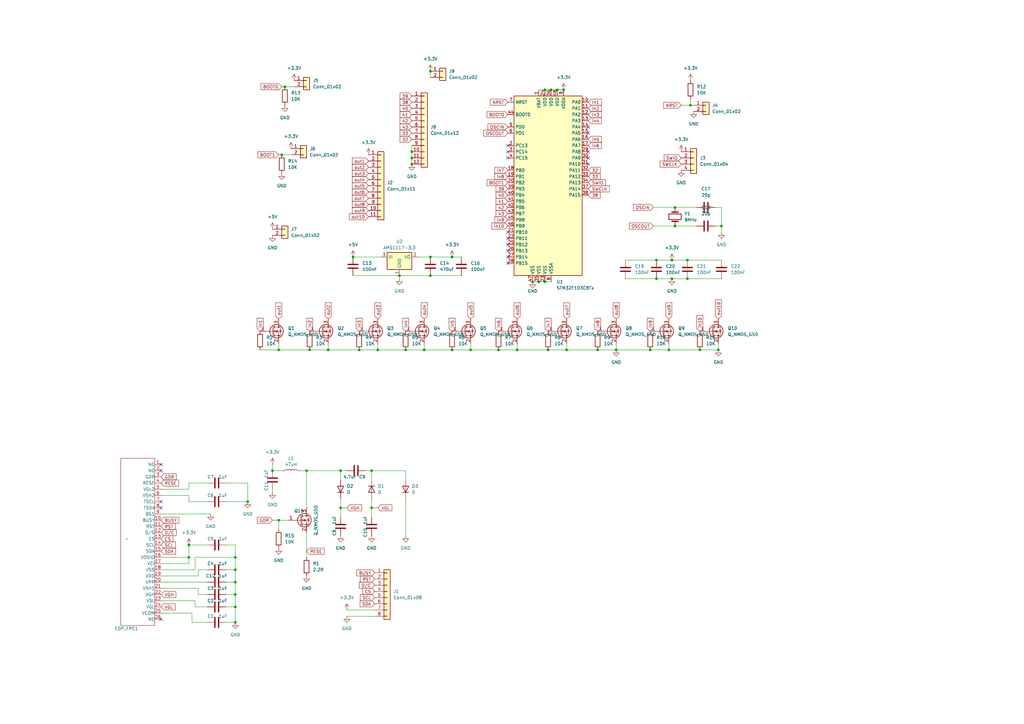
<source format=kicad_sch>
(kicad_sch (version 20230121) (generator eeschema)
  (paper "A3")
  (junction (at 139.7 208.28))
  (junction (at 295.91 92.71))
  (junction (at 96.52 243.84))
  (junction (at 245.11 143.51))
  (junction (at 185.42 105.41))
  (junction (at 163.83 113.03))
  (junction (at 166.37 143.51))
  (junction (at 281.94 106.68))
  (junction (at 115.57 63.5))
  (junction (at 223.52 36.83))
  (junction (at 144.78 105.41))
  (junction (at 252.73 143.51))
  (junction (at 77.47 223.52))
  (junction (at 147.32 143.51))
  (junction (at 96.52 248.92))
  (junction (at 152.4 193.04))
  (junction (at 220.98 115.57))
  (junction (at 294.64 143.51))
  (junction (at 228.6 36.83))
  (junction (at 269.24 106.68))
  (junction (at 176.53 113.03))
  (junction (at 266.7 143.51))
  (junction (at 276.86 85.09))
  (junction (at 96.52 255.27))
  (junction (at 96.52 228.6))
  (junction (at 283.21 43.18))
  (junction (at 114.3 143.51))
  (junction (at 101.6 205.74))
  (junction (at 287.02 143.51))
  (junction (at 269.24 114.3))
  (junction (at 152.4 208.28))
  (junction (at 281.94 114.3))
  (junction (at 176.53 29.21))
  (junction (at 212.09 143.51))
  (junction (at 224.79 143.51))
  (junction (at 276.86 92.71))
  (junction (at 168.91 67.31))
  (junction (at 176.53 105.41))
  (junction (at 114.3 213.36))
  (junction (at 96.52 238.76))
  (junction (at 232.41 143.51))
  (junction (at 154.94 143.51))
  (junction (at 111.76 193.04))
  (junction (at 168.91 64.77))
  (junction (at 173.99 143.51))
  (junction (at 231.14 36.83))
  (junction (at 127 143.51))
  (junction (at 96.52 233.68))
  (junction (at 125.73 193.04))
  (junction (at 223.52 115.57))
  (junction (at 274.32 143.51))
  (junction (at 139.7 193.04))
  (junction (at 77.47 228.6))
  (junction (at 218.44 115.57))
  (junction (at 275.59 114.3))
  (junction (at 193.04 143.51))
  (junction (at 275.59 106.68))
  (junction (at 226.06 36.83))
  (junction (at 134.62 143.51))
  (junction (at 204.47 143.51))
  (junction (at 168.91 62.23))
  (junction (at 116.84 35.56))
  (junction (at 185.42 143.51))
  (no_connect (at 66.04 190.5))
  (no_connect (at 241.3 54.61))
  (no_connect (at 241.3 64.77))
  (no_connect (at 241.3 62.23))
  (no_connect (at 208.28 97.79))
  (no_connect (at 208.28 102.87))
  (no_connect (at 66.04 193.04))
  (no_connect (at 241.3 52.07))
  (no_connect (at 208.28 105.41))
  (no_connect (at 208.28 95.25))
  (no_connect (at 208.28 64.77))
  (no_connect (at 66.04 254))
  (no_connect (at 66.04 208.28))
  (no_connect (at 208.28 100.33))
  (no_connect (at 208.28 62.23))
  (no_connect (at 208.28 107.95))
  (no_connect (at 208.28 59.69))
  (no_connect (at 241.3 67.31))
  (no_connect (at 66.04 205.74))
  (wire (pts (xy 294.64 143.51) (xy 294.64 140.97)))
  (wire (pts (xy 163.83 113.03) (xy 176.53 113.03)))
  (wire (pts (xy 114.3 143.51) (xy 114.3 140.97)))
  (wire (pts (xy 77.47 200.66) (xy 77.47 198.12)))
  (wire (pts (xy 111.76 190.5) (xy 111.76 193.04)))
  (wire (pts (xy 114.3 217.17) (xy 114.3 213.36)))
  (wire (pts (xy 77.47 205.74) (xy 77.47 203.2)))
  (wire (pts (xy 96.52 233.68) (xy 96.52 238.76)))
  (wire (pts (xy 147.32 143.51) (xy 154.94 143.51)))
  (wire (pts (xy 275.59 114.3) (xy 281.94 114.3)))
  (wire (pts (xy 142.24 252.73) (xy 153.67 252.73)))
  (wire (pts (xy 92.71 255.27) (xy 96.52 255.27)))
  (wire (pts (xy 92.71 198.12) (xy 101.6 198.12)))
  (wire (pts (xy 78.74 255.27) (xy 85.09 255.27)))
  (wire (pts (xy 139.7 193.04) (xy 139.7 196.85)))
  (wire (pts (xy 281.94 106.68) (xy 295.91 106.68)))
  (wire (pts (xy 295.91 92.71) (xy 295.91 95.25)))
  (wire (pts (xy 92.71 223.52) (xy 96.52 223.52)))
  (wire (pts (xy 78.74 251.46) (xy 66.04 251.46)))
  (wire (pts (xy 152.4 208.28) (xy 154.94 208.28)))
  (wire (pts (xy 139.7 193.04) (xy 142.24 193.04)))
  (wire (pts (xy 96.52 228.6) (xy 96.52 233.68)))
  (wire (pts (xy 185.42 143.51) (xy 193.04 143.51)))
  (wire (pts (xy 218.44 115.57) (xy 220.98 115.57)))
  (wire (pts (xy 284.48 43.18) (xy 283.21 43.18)))
  (wire (pts (xy 295.91 85.09) (xy 295.91 92.71)))
  (wire (pts (xy 66.04 236.22) (xy 81.28 236.22)))
  (wire (pts (xy 86.36 210.82) (xy 66.04 210.82)))
  (wire (pts (xy 144.78 105.41) (xy 156.21 105.41)))
  (wire (pts (xy 168.91 62.23) (xy 168.91 64.77)))
  (wire (pts (xy 266.7 143.51) (xy 274.32 143.51)))
  (wire (pts (xy 142.24 208.28) (xy 139.7 208.28)))
  (wire (pts (xy 269.24 114.3) (xy 275.59 114.3)))
  (wire (pts (xy 223.52 115.57) (xy 226.06 115.57)))
  (wire (pts (xy 149.86 193.04) (xy 152.4 193.04)))
  (wire (pts (xy 276.86 92.71) (xy 285.75 92.71)))
  (wire (pts (xy 168.91 59.69) (xy 168.91 62.23)))
  (wire (pts (xy 252.73 143.51) (xy 252.73 140.97)))
  (wire (pts (xy 139.7 212.09) (xy 139.7 208.28)))
  (wire (pts (xy 163.83 114.3) (xy 163.83 113.03)))
  (wire (pts (xy 274.32 143.51) (xy 287.02 143.51)))
  (wire (pts (xy 224.79 143.51) (xy 232.41 143.51)))
  (wire (pts (xy 220.98 115.57) (xy 223.52 115.57)))
  (wire (pts (xy 96.52 238.76) (xy 96.52 243.84)))
  (wire (pts (xy 256.54 114.3) (xy 269.24 114.3)))
  (wire (pts (xy 111.76 193.04) (xy 115.57 193.04)))
  (wire (pts (xy 115.57 35.56) (xy 116.84 35.56)))
  (wire (pts (xy 232.41 143.51) (xy 232.41 140.97)))
  (wire (pts (xy 78.74 251.46) (xy 78.74 255.27)))
  (wire (pts (xy 80.01 246.38) (xy 66.04 246.38)))
  (wire (pts (xy 101.6 198.12) (xy 101.6 205.74)))
  (wire (pts (xy 114.3 143.51) (xy 127 143.51)))
  (wire (pts (xy 77.47 198.12) (xy 85.09 198.12)))
  (wire (pts (xy 77.47 228.6) (xy 77.47 231.14)))
  (wire (pts (xy 176.53 29.21) (xy 176.53 31.75)))
  (wire (pts (xy 154.94 143.51) (xy 154.94 140.97)))
  (wire (pts (xy 152.4 208.28) (xy 152.4 212.09)))
  (wire (pts (xy 173.99 143.51) (xy 185.42 143.51)))
  (wire (pts (xy 111.76 201.93) (xy 111.76 200.66)))
  (wire (pts (xy 168.91 64.77) (xy 168.91 67.31)))
  (wire (pts (xy 232.41 143.51) (xy 245.11 143.51)))
  (wire (pts (xy 81.28 233.68) (xy 85.09 233.68)))
  (wire (pts (xy 77.47 228.6) (xy 77.47 223.52)))
  (wire (pts (xy 125.73 218.44) (xy 125.73 228.6)))
  (wire (pts (xy 275.59 106.68) (xy 281.94 106.68)))
  (wire (pts (xy 81.28 243.84) (xy 85.09 243.84)))
  (wire (pts (xy 127 143.51) (xy 134.62 143.51)))
  (wire (pts (xy 283.21 43.18) (xy 283.21 40.64)))
  (wire (pts (xy 252.73 143.51) (xy 266.7 143.51)))
  (wire (pts (xy 176.53 113.03) (xy 189.23 113.03)))
  (wire (pts (xy 279.4 43.18) (xy 283.21 43.18)))
  (wire (pts (xy 77.47 205.74) (xy 85.09 205.74)))
  (wire (pts (xy 139.7 208.28) (xy 139.7 204.47)))
  (wire (pts (xy 152.4 193.04) (xy 152.4 196.85)))
  (wire (pts (xy 152.4 204.47) (xy 152.4 208.28)))
  (wire (pts (xy 80.01 233.68) (xy 80.01 228.6)))
  (wire (pts (xy 66.04 233.68) (xy 80.01 233.68)))
  (wire (pts (xy 81.28 236.22) (xy 81.28 233.68)))
  (wire (pts (xy 295.91 92.71) (xy 293.37 92.71)))
  (wire (pts (xy 269.24 106.68) (xy 275.59 106.68)))
  (wire (pts (xy 96.52 223.52) (xy 96.52 228.6)))
  (wire (pts (xy 171.45 105.41) (xy 176.53 105.41)))
  (wire (pts (xy 228.6 36.83) (xy 231.14 36.83)))
  (wire (pts (xy 115.57 63.5) (xy 119.38 63.5)))
  (wire (pts (xy 281.94 114.3) (xy 295.91 114.3)))
  (wire (pts (xy 204.47 143.51) (xy 212.09 143.51)))
  (wire (pts (xy 166.37 193.04) (xy 166.37 196.85)))
  (wire (pts (xy 92.71 238.76) (xy 96.52 238.76)))
  (wire (pts (xy 134.62 143.51) (xy 147.32 143.51)))
  (wire (pts (xy 81.28 241.3) (xy 66.04 241.3)))
  (wire (pts (xy 189.23 105.41) (xy 185.42 105.41)))
  (wire (pts (xy 114.3 213.36) (xy 118.11 213.36)))
  (wire (pts (xy 166.37 204.47) (xy 166.37 219.71)))
  (wire (pts (xy 111.76 213.36) (xy 114.3 213.36)))
  (wire (pts (xy 96.52 243.84) (xy 96.52 248.92)))
  (wire (pts (xy 125.73 193.04) (xy 139.7 193.04)))
  (wire (pts (xy 80.01 248.92) (xy 80.01 246.38)))
  (wire (pts (xy 92.71 205.74) (xy 101.6 205.74)))
  (wire (pts (xy 66.04 228.6) (xy 77.47 228.6)))
  (wire (pts (xy 220.98 36.83) (xy 223.52 36.83)))
  (wire (pts (xy 267.97 85.09) (xy 276.86 85.09)))
  (wire (pts (xy 154.94 143.51) (xy 166.37 143.51)))
  (wire (pts (xy 77.47 203.2) (xy 66.04 203.2)))
  (wire (pts (xy 287.02 143.51) (xy 294.64 143.51)))
  (wire (pts (xy 134.62 143.51) (xy 134.62 140.97)))
  (wire (pts (xy 295.91 85.09) (xy 293.37 85.09)))
  (wire (pts (xy 116.84 35.56) (xy 120.65 35.56)))
  (wire (pts (xy 81.28 243.84) (xy 81.28 241.3)))
  (wire (pts (xy 77.47 223.52) (xy 85.09 223.52)))
  (wire (pts (xy 92.71 248.92) (xy 96.52 248.92)))
  (wire (pts (xy 166.37 143.51) (xy 173.99 143.51)))
  (wire (pts (xy 92.71 233.68) (xy 96.52 233.68)))
  (wire (pts (xy 223.52 36.83) (xy 226.06 36.83)))
  (wire (pts (xy 274.32 143.51) (xy 274.32 140.97)))
  (wire (pts (xy 212.09 143.51) (xy 212.09 140.97)))
  (wire (pts (xy 193.04 143.51) (xy 193.04 140.97)))
  (wire (pts (xy 276.86 85.09) (xy 285.75 85.09)))
  (wire (pts (xy 125.73 193.04) (xy 125.73 208.28)))
  (wire (pts (xy 66.04 200.66) (xy 77.47 200.66)))
  (wire (pts (xy 80.01 228.6) (xy 96.52 228.6)))
  (wire (pts (xy 256.54 106.68) (xy 269.24 106.68)))
  (wire (pts (xy 212.09 143.51) (xy 224.79 143.51)))
  (wire (pts (xy 226.06 36.83) (xy 228.6 36.83)))
  (wire (pts (xy 142.24 250.19) (xy 153.67 250.19)))
  (wire (pts (xy 173.99 143.51) (xy 173.99 140.97)))
  (wire (pts (xy 96.52 248.92) (xy 96.52 255.27)))
  (wire (pts (xy 92.71 243.84) (xy 96.52 243.84)))
  (wire (pts (xy 176.53 105.41) (xy 185.42 105.41)))
  (wire (pts (xy 114.3 63.5) (xy 115.57 63.5)))
  (wire (pts (xy 66.04 231.14) (xy 77.47 231.14)))
  (wire (pts (xy 193.04 143.51) (xy 204.47 143.51)))
  (wire (pts (xy 66.04 238.76) (xy 85.09 238.76)))
  (wire (pts (xy 80.01 248.92) (xy 85.09 248.92)))
  (wire (pts (xy 106.68 143.51) (xy 114.3 143.51)))
  (wire (pts (xy 245.11 143.51) (xy 252.73 143.51)))
  (wire (pts (xy 123.19 193.04) (xy 125.73 193.04)))
  (wire (pts (xy 152.4 193.04) (xy 166.37 193.04)))
  (wire (pts (xy 144.78 113.03) (xy 163.83 113.03)))
  (wire (pts (xy 267.97 92.71) (xy 276.86 92.71)))
  (global_label "SCL" (shape input) (at 66.04 223.52 0) (property "Intersheetrefs" "${INTERSHEET_REFS}" (effects hide)))
  (global_label "out9" (shape input) (at 151.13 86.36 180) (property "Intersheetrefs" "${INTERSHEET_REFS}" (effects hide)))
  (global_label "43" (shape input) (at 208.28 87.63 180) (property "Intersheetrefs" "${INTERSHEET_REFS}" (effects hide)))
  (global_label "BOOT0" (shape input) (at 208.28 46.99 180) (property "Intersheetrefs" "${INTERSHEET_REFS}" (effects hide)))
  (global_label "D{slash}C" (shape input) (at 66.04 218.44 0) (property "Intersheetrefs" "${INTERSHEET_REFS}" (effects hide)))
  (global_label "out3" (shape input) (at 154.94 130.81 90) (property "Intersheetrefs" "${INTERSHEET_REFS}" (effects hide)))
  (global_label "in10" (shape input) (at 287.02 135.89 90) (property "Intersheetrefs" "${INTERSHEET_REFS}" (effects hide)))
  (global_label "41" (shape input) (at 168.91 46.99 180) (property "Intersheetrefs" "${INTERSHEET_REFS}" (effects hide)))
  (global_label "SCL" (shape input) (at 153.67 245.11 180) (property "Intersheetrefs" "${INTERSHEET_REFS}" (effects hide)))
  (global_label "out3" (shape input) (at 151.13 71.12 180) (property "Intersheetrefs" "${INTERSHEET_REFS}" (effects hide)))
  (global_label "in2" (shape input) (at 127 135.89 90) (property "Intersheetrefs" "${INTERSHEET_REFS}" (effects hide)))
  (global_label "42" (shape input) (at 208.28 85.09 180) (property "Intersheetrefs" "${INTERSHEET_REFS}" (effects hide)))
  (global_label "38" (shape input) (at 168.91 41.91 180) (property "Intersheetrefs" "${INTERSHEET_REFS}" (effects hide)))
  (global_label "in8" (shape input) (at 245.11 135.89 90) (property "Intersheetrefs" "${INTERSHEET_REFS}" (effects hide)))
  (global_label "out1" (shape input) (at 151.13 66.04 180) (property "Intersheetrefs" "${INTERSHEET_REFS}" (effects hide)))
  (global_label "BUSY" (shape input) (at 153.67 234.95 180) (property "Intersheetrefs" "${INTERSHEET_REFS}" (effects hide)))
  (global_label "in8" (shape input) (at 208.28 72.39 180) (property "Intersheetrefs" "${INTERSHEET_REFS}" (effects hide)))
  (global_label "CS" (shape input) (at 66.04 220.98 0) (property "Intersheetrefs" "${INTERSHEET_REFS}" (effects hide)))
  (global_label "in1" (shape input) (at 241.3 41.91 0) (property "Intersheetrefs" "${INTERSHEET_REFS}" (effects hide)))
  (global_label "in9" (shape input) (at 208.28 90.17 180) (property "Intersheetrefs" "${INTERSHEET_REFS}" (effects hide)))
  (global_label "39" (shape input) (at 208.28 77.47 180) (property "Intersheetrefs" "${INTERSHEET_REFS}" (effects hide)))
  (global_label "CS" (shape input) (at 153.67 242.57 180) (property "Intersheetrefs" "${INTERSHEET_REFS}" (effects hide)))
  (global_label "NRST" (shape input) (at 208.28 41.91 180) (property "Intersheetrefs" "${INTERSHEET_REFS}" (effects hide)))
  (global_label "out2" (shape input) (at 134.62 130.81 90) (property "Intersheetrefs" "${INTERSHEET_REFS}" (effects hide)))
  (global_label "out4" (shape input) (at 151.13 73.66 180) (property "Intersheetrefs" "${INTERSHEET_REFS}" (effects hide)))
  (global_label "GDR" (shape input) (at 111.76 213.36 180) (property "Intersheetrefs" "${INTERSHEET_REFS}" (effects hide)))
  (global_label "out8" (shape input) (at 151.13 83.82 180) (property "Intersheetrefs" "${INTERSHEET_REFS}" (effects hide)))
  (global_label "43" (shape input) (at 168.91 52.07 180) (property "Intersheetrefs" "${INTERSHEET_REFS}" (effects hide)))
  (global_label "BUSY" (shape input) (at 66.04 213.36 0) (property "Intersheetrefs" "${INTERSHEET_REFS}" (effects hide)))
  (global_label "in3" (shape input) (at 147.32 135.89 90) (property "Intersheetrefs" "${INTERSHEET_REFS}" (effects hide)))
  (global_label "40" (shape input) (at 168.91 44.45 180) (property "Intersheetrefs" "${INTERSHEET_REFS}" (effects hide)))
  (global_label "39" (shape input) (at 168.91 39.37 180) (property "Intersheetrefs" "${INTERSHEET_REFS}" (effects hide)))
  (global_label "RST" (shape input) (at 153.67 237.49 180) (property "Intersheetrefs" "${INTERSHEET_REFS}" (effects hide)))
  (global_label "in4" (shape input) (at 166.37 135.89 90) (property "Intersheetrefs" "${INTERSHEET_REFS}" (effects hide)))
  (global_label "BOOT1" (shape input) (at 114.3 63.5 180) (property "Intersheetrefs" "${INTERSHEET_REFS}" (effects hide)))
  (global_label "38" (shape input) (at 241.3 80.01 0) (property "Intersheetrefs" "${INTERSHEET_REFS}" (effects hide)))
  (global_label "SWIO" (shape input) (at 241.3 74.93 0) (property "Intersheetrefs" "${INTERSHEET_REFS}" (effects hide)))
  (global_label "out6" (shape input) (at 212.09 130.81 90) (property "Intersheetrefs" "${INTERSHEET_REFS}" (effects hide)))
  (global_label "33" (shape input) (at 241.3 72.39 0) (property "Intersheetrefs" "${INTERSHEET_REFS}" (effects hide)))
  (global_label "in5" (shape input) (at 185.42 135.89 90) (property "Intersheetrefs" "${INTERSHEET_REFS}" (effects hide)))
  (global_label "40" (shape input) (at 208.28 80.01 180) (property "Intersheetrefs" "${INTERSHEET_REFS}" (effects hide)))
  (global_label "in7" (shape input) (at 208.28 69.85 180) (property "Intersheetrefs" "${INTERSHEET_REFS}" (effects hide)))
  (global_label "in7" (shape input) (at 224.79 135.89 90) (property "Intersheetrefs" "${INTERSHEET_REFS}" (effects hide)))
  (global_label "41" (shape input) (at 208.28 82.55 180) (property "Intersheetrefs" "${INTERSHEET_REFS}" (effects hide)))
  (global_label "OSCOUT" (shape input) (at 267.97 92.71 180) (property "Intersheetrefs" "${INTERSHEET_REFS}" (effects hide)))
  (global_label "RESE" (shape input) (at 66.04 198.12 0) (property "Intersheetrefs" "${INTERSHEET_REFS}" (effects hide)))
  (global_label "in5" (shape input) (at 241.3 57.15 0) (property "Intersheetrefs" "${INTERSHEET_REFS}" (effects hide)))
  (global_label "SDA" (shape input) (at 66.04 226.06 0) (property "Intersheetrefs" "${INTERSHEET_REFS}" (effects hide)))
  (global_label "in10" (shape input) (at 208.28 92.71 180) (property "Intersheetrefs" "${INTERSHEET_REFS}" (effects hide)))
  (global_label "SWCLK" (shape input) (at 279.4 67.31 180) (property "Intersheetrefs" "${INTERSHEET_REFS}" (effects hide)))
  (global_label "out2" (shape input) (at 151.13 68.58 180) (property "Intersheetrefs" "${INTERSHEET_REFS}" (effects hide)))
  (global_label "RST" (shape input) (at 66.04 215.9 0) (property "Intersheetrefs" "${INTERSHEET_REFS}" (effects hide)))
  (global_label "BOOT1" (shape input) (at 208.28 74.93 180) (property "Intersheetrefs" "${INTERSHEET_REFS}" (effects hide)))
  (global_label "in4" (shape input) (at 241.3 49.53 0) (property "Intersheetrefs" "${INTERSHEET_REFS}" (effects hide)))
  (global_label "in3" (shape input) (at 241.3 46.99 0) (property "Intersheetrefs" "${INTERSHEET_REFS}" (effects hide)))
  (global_label "out5" (shape input) (at 151.13 76.2 180) (property "Intersheetrefs" "${INTERSHEET_REFS}" (effects hide)))
  (global_label "33" (shape input) (at 168.91 54.61 180) (property "Intersheetrefs" "${INTERSHEET_REFS}" (effects hide)))
  (global_label "out4" (shape input) (at 173.99 130.81 90) (property "Intersheetrefs" "${INTERSHEET_REFS}" (effects hide)))
  (global_label "32" (shape input) (at 168.91 57.15 180) (property "Intersheetrefs" "${INTERSHEET_REFS}" (effects hide)))
  (global_label "out6" (shape input) (at 151.13 78.74 180) (property "Intersheetrefs" "${INTERSHEET_REFS}" (effects hide)))
  (global_label "D{slash}C" (shape input) (at 153.67 240.03 180) (property "Intersheetrefs" "${INTERSHEET_REFS}" (effects hide)))
  (global_label "out10" (shape input) (at 294.64 130.81 90) (property "Intersheetrefs" "${INTERSHEET_REFS}" (effects hide)))
  (global_label "NRST" (shape input) (at 279.4 43.18 180) (property "Intersheetrefs" "${INTERSHEET_REFS}" (effects hide)))
  (global_label "VGH" (shape input) (at 142.24 208.28 0) (property "Intersheetrefs" "${INTERSHEET_REFS}" (effects hide)))
  (global_label "RESE" (shape input) (at 125.73 226.06 0) (property "Intersheetrefs" "${INTERSHEET_REFS}" (effects hide)))
  (global_label "in6" (shape input) (at 241.3 59.69 0) (property "Intersheetrefs" "${INTERSHEET_REFS}" (effects hide)))
  (global_label "VGL" (shape input) (at 154.94 208.28 0) (property "Intersheetrefs" "${INTERSHEET_REFS}" (effects hide)))
  (global_label "42" (shape input) (at 168.91 49.53 180) (property "Intersheetrefs" "${INTERSHEET_REFS}" (effects hide)))
  (global_label "SWCLK" (shape input) (at 241.3 77.47 0) (property "Intersheetrefs" "${INTERSHEET_REFS}" (effects hide)))
  (global_label "VGH" (shape input) (at 66.04 243.84 0) (property "Intersheetrefs" "${INTERSHEET_REFS}" (effects hide)))
  (global_label "in6" (shape input) (at 204.47 135.89 90) (property "Intersheetrefs" "${INTERSHEET_REFS}" (effects hide)))
  (global_label "in9" (shape input) (at 266.7 135.89 90) (property "Intersheetrefs" "${INTERSHEET_REFS}" (effects hide)))
  (global_label "BOOT0" (shape input) (at 115.57 35.56 180) (property "Intersheetrefs" "${INTERSHEET_REFS}" (effects hide)))
  (global_label "out10" (shape input) (at 151.13 88.9 180) (property "Intersheetrefs" "${INTERSHEET_REFS}" (effects hide)))
  (global_label "in2" (shape input) (at 241.3 44.45 0) (property "Intersheetrefs" "${INTERSHEET_REFS}" (effects hide)))
  (global_label "OSCOUT" (shape input) (at 208.28 54.61 180) (property "Intersheetrefs" "${INTERSHEET_REFS}" (effects hide)))
  (global_label "SWIO" (shape input) (at 279.4 64.77 180) (property "Intersheetrefs" "${INTERSHEET_REFS}" (effects hide)))
  (global_label "VGL" (shape input) (at 66.04 248.92 0) (property "Intersheetrefs" "${INTERSHEET_REFS}" (effects hide)))
  (global_label "in1" (shape input) (at 106.68 135.89 90) (property "Intersheetrefs" "${INTERSHEET_REFS}" (effects hide)))
  (global_label "out7" (shape input) (at 151.13 81.28 180) (property "Intersheetrefs" "${INTERSHEET_REFS}" (effects hide)))
  (global_label "OSCIN" (shape input) (at 208.28 52.07 180) (property "Intersheetrefs" "${INTERSHEET_REFS}" (effects hide)))
  (global_label "out5" (shape input) (at 193.04 130.81 90) (property "Intersheetrefs" "${INTERSHEET_REFS}" (effects hide)))
  (global_label "32" (shape input) (at 241.3 69.85 0) (property "Intersheetrefs" "${INTERSHEET_REFS}" (effects hide)))
  (global_label "out9" (shape input) (at 274.32 130.81 90) (property "Intersheetrefs" "${INTERSHEET_REFS}" (effects hide)))
  (global_label "out7" (shape input) (at 232.41 130.81 90) (property "Intersheetrefs" "${INTERSHEET_REFS}" (effects hide)))
  (global_label "OSCIN" (shape input) (at 267.97 85.09 180) (property "Intersheetrefs" "${INTERSHEET_REFS}" (effects hide)))
  (global_label "SDA" (shape input) (at 153.67 247.65 180) (property "Intersheetrefs" "${INTERSHEET_REFS}" (effects hide)))
  (global_label "out1" (shape input) (at 114.3 130.81 90) (property "Intersheetrefs" "${INTERSHEET_REFS}" (effects hide)))
  (global_label "GDR" (shape input) (at 66.04 195.58 0) (property "Intersheetrefs" "${INTERSHEET_REFS}" (effects hide)))
  (global_label "out8" (shape input) (at 252.73 130.81 90) (property "Intersheetrefs" "${INTERSHEET_REFS}" (effects hide)))
  (symbol (lib_id "power:GND") (at 152.4 219.71 0) (unit 1)
    (property "Reference" "#PWR08" (effects hide))
    (property "Value" "GND" (at 152.4 224.79 0))
  )
  (symbol (lib_id "power:GND") (at 116.84 43.18 0) (unit 1)
    (property "Reference" "#PWR028" (effects hide))
    (property "Value" "GND" (at 116.84 48.26 0))
  )
  (symbol (lib_id "Device:C") (at 88.9 205.74 270) (unit 1)
    (property "Reference" "C6" (at 86.36 203.2 90))
    (property "Value" "1uF" (at 91.44 203.2 90))
    (property "Footprint" "Capacitor_SMD:C_0603_1608Metric_Pad1.08x0.95mm_HandSolder" (effects hide))
  )
  (symbol (lib_id "Device:D") (at 139.7 200.66 90) (unit 1)
    (property "Reference" "D2" (at 142.24 199.39 90) (effects (justify right)))
    (property "Value" "D" (at 142.24 201.93 90) (effects (justify right)))
    (property "Footprint" "Diode_SMD:D_SOD-123" (effects hide))
    (property "Sim.Device" "D" (effects hide))
    (property "Sim.Pins" "1=K 2=A" (effects hide))
  )
  (symbol (lib_id "Device:C") (at 111.76 196.85 0) (unit 1)
    (property "Reference" "C11" (at 109.22 199.39 90))
    (property "Value" "1uF" (at 109.22 194.31 90))
    (property "Footprint" "Capacitor_SMD:C_0603_1608Metric_Pad1.08x0.95mm_HandSolder" (effects hide))
  )
  (symbol (lib_id "Device:R") (at 115.57 67.31 0) (unit 1)
    (property "Reference" "R14" (at 118.11 66.04 0) (effects (justify left)))
    (property "Value" "10K" (at 118.11 68.58 0) (effects (justify left)))
    (property "Footprint" "Resistor_SMD:R_0603_1608Metric_Pad0.98x0.95mm_HandSolder" (effects hide))
  )
  (symbol (lib_id "power:GND") (at 294.64 143.51 0) (unit 1)
    (property "Reference" "#PWR022" (effects hide))
    (property "Value" "GND" (at 294.64 148.59 0))
  )
  (symbol (lib_id "Device:L") (at 119.38 193.04 90) (unit 1)
    (property "Reference" "L1" (at 119.38 187.96 90))
    (property "Value" "47uH" (at 119.38 190.5 90))
    (property "Footprint" "Inductor_SMD:L_1210_3225Metric_Pad1.42x2.65mm_HandSolder" (effects hide))
  )
  (symbol (lib_id "Device:C") (at 146.05 193.04 90) (unit 1)
    (property "Reference" "C9" (at 148.59 195.58 90))
    (property "Value" "4.7uF" (at 143.51 195.58 90))
    (property "Footprint" "Capacitor_SMD:C_0805_2012Metric_Pad1.18x1.45mm_HandSolder" (effects hide))
  )
  (symbol (lib_id "power:+3.3V") (at 111.76 190.5 0) (unit 1)
    (property "Reference" "#PWR012" (effects hide))
    (property "Value" "+3.3V" (at 111.76 185.42 0))
  )
  (symbol (lib_id "Device:C") (at 295.91 110.49 0) (unit 1)
    (property "Reference" "C22" (at 299.72 109.22 0) (effects (justify left)))
    (property "Value" "100nF" (at 299.72 111.76 0) (effects (justify left)))
    (property "Footprint" "Resistor_SMD:R_0603_1608Metric_Pad0.98x0.95mm_HandSolder" (effects hide))
  )
  (symbol (lib_id "power:GND") (at 284.48 45.72 0) (unit 1)
    (property "Reference" "#PWR026" (effects hide))
    (property "Value" "GND" (at 284.48 50.8 0))
  )
  (symbol (lib_id "power:GND") (at 96.52 255.27 0) (unit 1)
    (property "Reference" "#PWR03" (effects hide))
    (property "Value" "GND" (at 96.52 260.35 0))
  )
  (symbol (lib_id "Connector_Generic:Conn_01x02") (at 289.56 43.18 0) (unit 1)
    (property "Reference" "J4" (at 292.1 43.18 0) (effects (justify left)))
    (property "Value" "Conn_01x02" (at 292.1 45.72 0) (effects (justify left)))
    (property "Footprint" "Connector_PinHeader_1.27mm:PinHeader_1x02_P1.27mm_Vertical" (effects hide))
  )
  (symbol (lib_id "Connector_Generic:Conn_01x02") (at 124.46 60.96 0) (unit 1)
    (property "Reference" "J6" (at 127 60.96 0) (effects (justify left)))
    (property "Value" "Conn_01x02" (at 127 63.5 0) (effects (justify left)))
    (property "Footprint" "Connector_PinHeader_1.27mm:PinHeader_1x02_P1.27mm_Vertical" (effects hide))
  )
  (symbol (lib_id "power:+3.3V") (at 151.13 63.5 0) (unit 1)
    (property "Reference" "#PWR018" (effects hide))
    (property "Value" "+3.3V" (at 151.13 58.42 0))
  )
  (symbol (lib_id "power:+3.3V") (at 231.14 36.83 0) (unit 1)
    (property "Reference" "#PWR032" (effects hide))
    (property "Value" "+3.3V" (at 231.14 31.75 0))
  )
  (symbol (lib_id "power:GND") (at 114.3 224.79 0) (unit 1)
    (property "Reference" "#PWR039" (effects hide))
    (property "Value" "GND" (at 114.3 229.87 0))
  )
  (symbol (lib_id "power:+5V") (at 111.76 93.98 0) (unit 1)
    (property "Reference" "#PWR035" (effects hide))
    (property "Value" "+5V" (at 111.76 88.9 0))
  )
  (symbol (lib_id "Connector_Generic:Conn_01x08") (at 158.75 242.57 0) (unit 1)
    (property "Reference" "J1" (at 161.29 242.57 0) (effects (justify left)))
    (property "Value" "Conn_01x08" (at 161.29 245.11 0) (effects (justify left)))
    (property "Footprint" "Connector_PinHeader_2.54mm:PinHeader_1x08_P2.54mm_Vertical" (effects hide))
  )
  (symbol (lib_id "Device:Q_NMOS_GSD") (at 132.08 135.89 0) (unit 1)
    (property "Reference" "Q2" (at 138.43 134.62 0) (effects (justify left)))
    (property "Value" "Q_NMOS_GSD" (at 138.43 137.16 0) (effects (justify left)))
    (property "Footprint" "Package_TO_SOT_SMD:SOT-23-3" (effects hide))
  )
  (symbol (lib_id "Device:C") (at 88.9 238.76 270) (unit 1)
    (property "Reference" "C12" (at 86.36 236.22 90))
    (property "Value" "1uF" (at 91.44 236.22 90))
    (property "Footprint" "Capacitor_SMD:C_0402_1005Metric_Pad0.74x0.62mm_HandSolder" (effects hide))
  )
  (symbol (lib_id "Device:C") (at 176.53 109.22 0) (unit 1)
    (property "Reference" "C14" (at 180.34 107.95 0) (effects (justify left)))
    (property "Value" "470uF" (at 180.34 110.49 0) (effects (justify left)))
    (property "Footprint" "Capacitor_THT:CP_Radial_D5.0mm_P2.50mm" (effects hide))
  )
  (symbol (lib_id "Device:R") (at 114.3 220.98 0) (unit 1)
    (property "Reference" "R15" (at 116.84 219.71 0) (effects (justify left)))
    (property "Value" "10K" (at 116.84 222.25 0) (effects (justify left)))
    (property "Footprint" "Resistor_SMD:R_0201_0603Metric_Pad0.64x0.40mm_HandSolder" (effects hide))
  )
  (symbol (lib_id "Device:Q_NMOS_GSD") (at 292.1 135.89 0) (unit 1)
    (property "Reference" "Q10" (at 298.45 134.62 0) (effects (justify left)))
    (property "Value" "Q_NMOS_GSD" (at 298.45 137.16 0) (effects (justify left)))
    (property "Footprint" "Package_TO_SOT_SMD:SOT-23-3" (effects hide))
  )
  (symbol (lib_id "power:GND") (at 295.91 95.25 0) (unit 1)
    (property "Reference" "#PWR031" (effects hide))
    (property "Value" "GND" (at 295.91 100.33 0))
  )
  (symbol (lib_id "Device:D") (at 152.4 200.66 270) (unit 1)
    (property "Reference" "D1" (at 154.94 199.39 90) (effects (justify left)))
    (property "Value" "D" (at 154.94 201.93 90) (effects (justify left)))
    (property "Footprint" "Diode_SMD:D_SOD-123" (effects hide))
    (property "Sim.Device" "D" (effects hide))
    (property "Sim.Pins" "1=K 2=A" (effects hide))
  )
  (symbol (lib_id "power:GND") (at 139.7 219.71 0) (unit 1)
    (property "Reference" "#PWR010" (effects hide))
    (property "Value" "GND" (at 139.7 224.79 0))
  )
  (symbol (lib_id "Device:C") (at 139.7 215.9 0) (unit 1)
    (property "Reference" "C8" (at 137.16 218.44 90))
    (property "Value" "1uF" (at 137.16 213.36 90))
    (property "Footprint" "Capacitor_SMD:C_0603_1608Metric_Pad1.08x0.95mm_HandSolder" (effects hide))
  )
  (symbol (lib_id "Device:C") (at 269.24 110.49 0) (unit 1)
    (property "Reference" "C20" (at 273.05 109.22 0) (effects (justify left)))
    (property "Value" "100nF" (at 273.05 111.76 0) (effects (justify left)))
    (property "Footprint" "Resistor_SMD:R_0603_1608Metric_Pad0.98x0.95mm_HandSolder" (effects hide))
  )
  (symbol (lib_id "power:GND") (at 111.76 201.93 0) (unit 1)
    (property "Reference" "#PWR013" (effects hide))
    (property "Value" "GND" (at 111.76 207.01 0))
  )
  (symbol (lib_id "Device:C") (at 289.56 85.09 270) (unit 1)
    (property "Reference" "C17" (at 289.56 77.47 90))
    (property "Value" "20p" (at 289.56 80.01 90))
    (property "Footprint" "Capacitor_SMD:C_0603_1608Metric_Pad1.08x0.95mm_HandSolder" (effects hide))
  )
  (symbol (lib_id "Device:Q_NMOS_GSD") (at 250.19 135.89 0) (unit 1)
    (property "Reference" "Q8" (at 256.54 134.62 0) (effects (justify left)))
    (property "Value" "Q_NMOS_GSD" (at 256.54 137.16 0) (effects (justify left)))
    (property "Footprint" "Package_TO_SOT_SMD:SOT-23-3" (effects hide))
  )
  (symbol (lib_id "power:GND") (at 142.24 252.73 0) (unit 1)
    (property "Reference" "#PWR014" (effects hide))
    (property "Value" "GND" (at 142.24 257.81 0))
  )
  (symbol (lib_id "power:GND") (at 101.6 205.74 0) (unit 1)
    (property "Reference" "#PWR06" (effects hide))
    (property "Value" "GND" (at 101.6 210.82 0))
  )
  (symbol (lib_id "power:+3.3V") (at 142.24 250.19 0) (unit 1)
    (property "Reference" "#PWR015" (effects hide))
    (property "Value" "+3.3V" (at 142.24 245.11 0))
  )
  (symbol (lib_id "power:+3.3V") (at 283.21 33.02 0) (unit 1)
    (property "Reference" "#PWR025" (effects hide))
    (property "Value" "+3.3V" (at 283.21 27.94 0))
  )
  (symbol (lib_id "Device:C") (at 88.9 255.27 270) (unit 1)
    (property "Reference" "C1" (at 86.36 252.73 90))
    (property "Value" "1uF" (at 91.44 252.73 90))
    (property "Footprint" "Capacitor_SMD:C_0603_1608Metric_Pad1.08x0.95mm_HandSolder" (effects hide))
  )
  (symbol (lib_id "Connector_Generic:Conn_01x12") (at 173.99 52.07 0) (unit 1)
    (property "Reference" "J8" (at 176.53 52.07 0) (effects (justify left)))
    (property "Value" "Conn_01x12" (at 176.53 54.61 0) (effects (justify left)))
    (property "Footprint" "Connector_PinHeader_2.54mm:PinHeader_1x12_P2.54mm_Vertical" (effects hide))
  )
  (symbol (lib_id "power:+3.3V") (at 279.4 62.23 0) (unit 1)
    (property "Reference" "#PWR024" (effects hide))
    (property "Value" "+3.3V" (at 279.4 57.15 0))
  )
  (symbol (lib_id "Device:Q_NMOS_GSD") (at 271.78 135.89 0) (unit 1)
    (property "Reference" "Q9" (at 278.13 134.62 0) (effects (justify left)))
    (property "Value" "Q_NMOS_GSD" (at 278.13 137.16 0) (effects (justify left)))
    (property "Footprint" "Package_TO_SOT_SMD:SOT-23-3" (effects hide))
  )
  (symbol (lib_id "power:GND") (at 275.59 114.3 0) (unit 1)
    (property "Reference" "#PWR033" (effects hide))
    (property "Value" "GND" (at 275.59 119.38 0))
  )
  (symbol (lib_id "Device:Q_NMOS_GSD") (at 171.45 135.89 0) (unit 1)
    (property "Reference" "Q4" (at 177.8 134.62 0) (effects (justify left)))
    (property "Value" "Q_NMOS_GSD" (at 177.8 137.16 0) (effects (justify left)))
    (property "Footprint" "Package_TO_SOT_SMD:SOT-23-3" (effects hide))
  )
  (symbol (lib_id "Device:R") (at 266.7 139.7 0) (unit 1)
    (property "Reference" "R10" (at 269.24 138.43 0) (effects (justify left)))
    (property "Value" "10K" (at 269.24 140.97 0) (effects (justify left)))
    (property "Footprint" "Resistor_SMD:R_0603_1608Metric_Pad0.98x0.95mm_HandSolder" (effects hide))
  )
  (symbol (lib_id "Device:R") (at 125.73 232.41 0) (unit 1)
    (property "Reference" "R1" (at 128.27 231.14 0) (effects (justify left)))
    (property "Value" "2.2R" (at 128.27 233.68 0) (effects (justify left)))
    (property "Footprint" "Resistor_SMD:R_0603_1608Metric_Pad0.98x0.95mm_HandSolder" (effects hide))
  )
  (symbol (lib_id "Device:Q_NMOS_GSD") (at 190.5 135.89 0) (unit 1)
    (property "Reference" "Q5" (at 196.85 134.62 0) (effects (justify left)))
    (property "Value" "Q_NMOS_GSD" (at 196.85 137.16 0) (effects (justify left)))
    (property "Footprint" "Package_TO_SOT_SMD:SOT-23-3" (effects hide))
  )
  (symbol (lib_id "Device:C") (at 152.4 215.9 0) (unit 1)
    (property "Reference" "C10" (at 149.86 218.44 90))
    (property "Value" "1uF" (at 149.86 213.36 90))
    (property "Footprint" "Capacitor_SMD:C_0603_1608Metric_Pad1.08x0.95mm_HandSolder" (effects hide))
  )
  (symbol (lib_id "power:GND") (at 111.76 96.52 0) (unit 1)
    (property "Reference" "#PWR036" (effects hide))
    (property "Value" "GND" (at 111.76 101.6 0))
  )
  (symbol (lib_id "Device:R") (at 127 139.7 0) (unit 1)
    (property "Reference" "R3" (at 129.54 138.43 0) (effects (justify left)))
    (property "Value" "10K" (at 129.54 140.97 0) (effects (justify left)))
    (property "Footprint" "Resistor_SMD:R_0603_1608Metric_Pad0.98x0.95mm_HandSolder" (effects hide))
  )
  (symbol (lib_id "Device:R") (at 287.02 139.7 0) (unit 1)
    (property "Reference" "R11" (at 289.56 138.43 0) (effects (justify left)))
    (property "Value" "10K" (at 289.56 140.97 0) (effects (justify left)))
    (property "Footprint" "Resistor_SMD:R_0603_1608Metric_Pad0.98x0.95mm_HandSolder" (effects hide))
  )
  (symbol (lib_id "power:GND") (at 86.36 210.82 0) (unit 1)
    (property "Reference" "#PWR07" (effects hide))
    (property "Value" "GND" (at 86.36 215.9 0))
  )
  (symbol (lib_id "Device:C") (at 88.9 223.52 270) (unit 1)
    (property "Reference" "C5" (at 86.36 220.98 90))
    (property "Value" "1uF" (at 91.44 220.98 90))
    (property "Footprint" "Capacitor_SMD:C_0402_1005Metric_Pad0.74x0.62mm_HandSolder" (effects hide))
  )
  (symbol (lib_id "power:GND") (at 218.44 115.57 0) (unit 1)
    (property "Reference" "#PWR016" (effects hide))
    (property "Value" "GND" (at 218.44 119.38 0))
  )
  (symbol (lib_id "Connector_Generic:Conn_01x02") (at 181.61 29.21 0) (unit 1)
    (property "Reference" "J9" (at 184.15 29.21 0) (effects (justify left)))
    (property "Value" "Conn_01x02" (at 184.15 31.75 0) (effects (justify left)))
    (property "Footprint" "Connector_PinHeader_2.54mm:PinHeader_1x02_P2.54mm_Vertical" (effects hide))
  )
  (symbol (lib_id "power:+5V") (at 144.78 105.41 0) (unit 1)
    (property "Reference" "#PWR020" (effects hide))
    (property "Value" "+5V" (at 144.78 100.33 0))
  )
  (symbol (lib_id "Device:R") (at 204.47 139.7 0) (unit 1)
    (property "Reference" "R7" (at 207.01 138.43 0) (effects (justify left)))
    (property "Value" "10K" (at 207.01 140.97 0) (effects (justify left)))
    (property "Footprint" "Resistor_SMD:R_0603_1608Metric_Pad0.98x0.95mm_HandSolder" (effects hide))
  )
  (symbol (lib_id "Device:C") (at 281.94 110.49 0) (unit 1)
    (property "Reference" "C21" (at 285.75 109.22 0) (effects (justify left)))
    (property "Value" "100nF" (at 285.75 111.76 0) (effects (justify left)))
    (property "Footprint" "Resistor_SMD:R_0603_1608Metric_Pad0.98x0.95mm_HandSolder" (effects hide))
  )
  (symbol (lib_id "Device:Q_NMOS_GSD") (at 123.19 213.36 0) (unit 1)
    (property "Reference" "Q15" (at 120.65 209.55 0) (effects (justify left)))
    (property "Value" "Q_NMOS_GSD" (at 129.54 219.71 90) (effects (justify left)))
    (property "Footprint" "Package_TO_SOT_SMD:SOT-23-3" (effects hide))
  )
  (symbol (lib_id "Device:C") (at 256.54 110.49 0) (unit 1)
    (property "Reference" "C19" (at 260.35 109.22 0) (effects (justify left)))
    (property "Value" "100nF" (at 260.35 111.76 0) (effects (justify left)))
    (property "Footprint" "Resistor_SMD:R_0603_1608Metric_Pad0.98x0.95mm_HandSolder" (effects hide))
  )
  (symbol (lib_id "MCU_ST_STM32F1:STM32F103C8Tx") (at 223.52 77.47 0) (unit 1)
    (property "Reference" "U1" (at 228.2541 115.57 0) (effects (justify left)))
    (property "Value" "STM32F103C8Tx" (at 228.2541 118.11 0) (effects (justify left)))
    (property "Footprint" "Package_QFP:LQFP-48_7x7mm_P0.5mm" (effects hide))
    (property "Datasheet" "https://www.st.com/resource/en/datasheet/stm32f103c8.pdf" (effects hide))
  )
  (symbol (lib_id "Device:R") (at 224.79 139.7 0) (unit 1)
    (property "Reference" "R8" (at 227.33 138.43 0) (effects (justify left)))
    (property "Value" "10K" (at 227.33 140.97 0) (effects (justify left)))
    (property "Footprint" "Resistor_SMD:R_0603_1608Metric_Pad0.98x0.95mm_HandSolder" (effects hide))
  )
  (symbol (lib_id "power:GND") (at 115.57 71.12 0) (unit 1)
    (property "Reference" "#PWR029" (effects hide))
    (property "Value" "GND" (at 115.57 76.2 0))
  )
  (symbol (lib_id "Device:C") (at 289.56 92.71 90) (unit 1)
    (property "Reference" "C18" (at 289.56 85.09 90))
    (property "Value" "20p" (at 289.56 87.63 90))
    (property "Footprint" "Capacitor_SMD:C_0603_1608Metric_Pad1.08x0.95mm_HandSolder" (effects hide))
  )
  (symbol (lib_id "Regulator_Linear:AMS1117-3.3") (at 163.83 105.41 0) (unit 1)
    (property "Reference" "U2" (at 163.83 99.06 0))
    (property "Value" "AMS1117-3.3" (at 163.83 101.6 0))
    (property "Footprint" "Package_TO_SOT_SMD:SOT-223-3_TabPin2" (effects hide))
    (property "Datasheet" "http://www.advanced-monolithic.com/pdf/ds1117.pdf" (effects hide))
  )
  (symbol (lib_id "Device:R") (at 185.42 139.7 0) (unit 1)
    (property "Reference" "R6" (at 187.96 138.43 0) (effects (justify left)))
    (property "Value" "10K" (at 187.96 140.97 0) (effects (justify left)))
    (property "Footprint" "Resistor_SMD:R_0603_1608Metric_Pad0.98x0.95mm_HandSolder" (effects hide))
  )
  (symbol (lib_id "power:+3.3V") (at 120.65 33.02 0) (unit 1)
    (property "Reference" "#PWR027" (effects hide))
    (property "Value" "+3.3V" (at 120.65 27.94 0))
  )
  (symbol (lib_id "Device:R") (at 245.11 139.7 0) (unit 1)
    (property "Reference" "R9" (at 247.65 138.43 0) (effects (justify left)))
    (property "Value" "10K" (at 247.65 140.97 0) (effects (justify left)))
    (property "Footprint" "Resistor_SMD:R_0603_1608Metric_Pad0.98x0.95mm_HandSolder" (effects hide))
  )
  (symbol (lib_id "Device:Q_NMOS_GSD") (at 229.87 135.89 0) (unit 1)
    (property "Reference" "Q7" (at 236.22 134.62 0) (effects (justify left)))
    (property "Value" "Q_NMOS_GSD" (at 236.22 137.16 0) (effects (justify left)))
    (property "Footprint" "Package_TO_SOT_SMD:SOT-23-3" (effects hide))
  )
  (symbol (lib_id "power:+3.3V") (at 185.42 105.41 0) (unit 1)
    (property "Reference" "#PWR019" (effects hide))
    (property "Value" "+3.3V" (at 185.42 100.33 0))
  )
  (symbol (lib_id "Device:R") (at 116.84 39.37 0) (unit 1)
    (property "Reference" "R13" (at 119.38 38.1 0) (effects (justify left)))
    (property "Value" "10K" (at 119.38 40.64 0) (effects (justify left)))
    (property "Footprint" "Resistor_SMD:R_0603_1608Metric_Pad0.98x0.95mm_HandSolder" (effects hide))
  )
  (symbol (lib_id "Device:C") (at 88.9 248.92 270) (unit 1)
    (property "Reference" "C2" (at 86.36 246.38 90))
    (property "Value" "1uF" (at 91.44 246.38 90))
    (property "Footprint" "Capacitor_SMD:C_0402_1005Metric_Pad0.74x0.62mm_HandSolder" (effects hide))
  )
  (symbol (lib_id "Device:R") (at 147.32 139.7 0) (unit 1)
    (property "Reference" "R4" (at 149.86 138.43 0) (effects (justify left)))
    (property "Value" "10K" (at 149.86 140.97 0) (effects (justify left)))
    (property "Footprint" "Resistor_SMD:R_0603_1608Metric_Pad0.98x0.95mm_HandSolder" (effects hide))
  )
  (symbol (lib_id "Device:Crystal") (at 276.86 88.9 90) (unit 1)
    (property "Reference" "Y1" (at 280.67 87.63 90) (effects (justify right)))
    (property "Value" "8MHz" (at 280.67 90.17 90) (effects (justify right)))
    (property "Footprint" "Crystal:Crystal_HC18-U_Vertical" (effects hide))
  )
  (symbol (lib_id "Device:Q_NMOS_GSD") (at 111.76 135.89 0) (unit 1)
    (property "Reference" "Q1" (at 118.11 134.62 0) (effects (justify left)))
    (property "Value" "Q_NMOS_GSD" (at 118.11 137.16 0) (effects (justify left)))
    (property "Footprint" "Package_TO_SOT_SMD:SOT-23-3" (effects hide))
  )
  (symbol (lib_id "Device:R") (at 106.68 139.7 0) (unit 1)
    (property "Reference" "R2" (at 109.22 138.43 0) (effects (justify left)))
    (property "Value" "10K" (at 109.22 140.97 0) (effects (justify left)))
    (property "Footprint" "Resistor_SMD:R_0603_1608Metric_Pad0.98x0.95mm_HandSolder" (effects hide))
  )
  (symbol (lib_id "Connector_Generic:Conn_01x02") (at 116.84 93.98 0) (unit 1)
    (property "Reference" "J7" (at 119.38 93.98 0) (effects (justify left)))
    (property "Value" "Conn_01x02" (at 119.38 96.52 0) (effects (justify left)))
    (property "Footprint" "Connector_PinHeader_2.54mm:PinHeader_1x02_P2.54mm_Vertical" (effects hide))
  )
  (symbol (lib_id "Device:C") (at 144.78 109.22 0) (unit 1)
    (property "Reference" "C13" (at 148.59 107.95 0) (effects (justify left)))
    (property "Value" "100nF" (at 148.59 110.49 0) (effects (justify left)))
    (property "Footprint" "Capacitor_SMD:C_0603_1608Metric_Pad1.08x0.95mm_HandSolder" (effects hide))
  )
  (symbol (lib_id "Connector_Generic:Conn_01x11") (at 156.21 76.2 0) (unit 1)
    (property "Reference" "J2" (at 158.75 74.93 0) (effects (justify left)))
    (property "Value" "Conn_01x11" (at 158.75 77.47 0) (effects (justify left)))
    (property "Footprint" "Connector_PinHeader_2.54mm:PinHeader_1x11_P2.54mm_Vertical" (effects hide))
  )
  (symbol (lib_id "Device:C") (at 189.23 109.22 0) (unit 1)
    (property "Reference" "C16" (at 193.04 107.95 0) (effects (justify left)))
    (property "Value" "100nF" (at 193.04 110.49 0) (effects (justify left)))
    (property "Footprint" "Capacitor_SMD:C_0603_1608Metric_Pad1.08x0.95mm_HandSolder" (effects hide))
  )
  (symbol (lib_id "Device:R") (at 283.21 36.83 0) (unit 1)
    (property "Reference" "R12" (at 285.75 35.56 0) (effects (justify left)))
    (property "Value" "10K" (at 285.75 38.1 0) (effects (justify left)))
    (property "Footprint" "Resistor_SMD:R_0603_1608Metric_Pad0.98x0.95mm_HandSolder" (effects hide))
  )
  (symbol (lib_id "Device:R") (at 166.37 139.7 0) (unit 1)
    (property "Reference" "R5" (at 168.91 138.43 0) (effects (justify left)))
    (property "Value" "10K" (at 168.91 140.97 0) (effects (justify left)))
    (property "Footprint" "Resistor_SMD:R_0603_1608Metric_Pad0.98x0.95mm_HandSolder" (effects hide))
  )
  (symbol (lib_id "Device:Q_NMOS_GSD") (at 209.55 135.89 0) (unit 1)
    (property "Reference" "Q6" (at 215.9 134.62 0) (effects (justify left)))
    (property "Value" "Q_NMOS_GSD" (at 215.9 137.16 0) (effects (justify left)))
    (property "Footprint" "Package_TO_SOT_SMD:SOT-23-3" (effects hide))
  )
  (symbol (lib_id "Connector_Generic:Conn_01x04") (at 284.48 64.77 0) (unit 1)
    (property "Reference" "J3" (at 287.02 64.77 0) (effects (justify left)))
    (property "Value" "Conn_01x04" (at 287.02 67.31 0) (effects (justify left)))
    (property "Footprint" "Connector_PinHeader_2.54mm:PinHeader_1x04_P2.54mm_Vertical" (effects hide))
  )
  (symbol (lib_id "power:GND") (at 168.91 67.31 0) (unit 1)
    (property "Reference" "#PWR037" (effects hide))
    (property "Value" "GND" (at 168.91 72.39 0))
  )
  (symbol (lib_id "power:GND") (at 279.4 69.85 0) (unit 1)
    (property "Reference" "#PWR023" (effects hide))
    (property "Value" "GND" (at 279.4 74.93 0))
  )
  (symbol (lib_id "Device:C") (at 88.9 233.68 270) (unit 1)
    (property "Reference" "C4" (at 86.36 231.14 90))
    (property "Value" "1uF" (at 91.44 231.14 90))
    (property "Footprint" "Capacitor_SMD:C_0402_1005Metric_Pad0.74x0.62mm_HandSolder" (effects hide))
  )
  (symbol (lib_id "Connector_Generic:Conn_01x02") (at 125.73 33.02 0) (unit 1)
    (property "Reference" "J5" (at 128.27 33.02 0) (effects (justify left)))
    (property "Value" "Conn_01x02" (at 128.27 35.56 0) (effects (justify left)))
    (property "Footprint" "Connector_PinHeader_1.27mm:PinHeader_1x02_P1.27mm_Vertical" (effects hide))
  )
  (symbol (lib_id "power:GND") (at 163.83 114.3 0) (unit 1)
    (property "Reference" "#PWR021" (effects hide))
    (property "Value" "GND" (at 163.83 119.38 0))
  )
  (symbol (lib_id "Device:Q_NMOS_GSD") (at 152.4 135.89 0) (unit 1)
    (property "Reference" "Q3" (at 158.75 134.62 0) (effects (justify left)))
    (property "Value" "Q_NMOS_GSD" (at 158.75 137.16 0) (effects (justify left)))
    (property "Footprint" "Package_TO_SOT_SMD:SOT-23-3" (effects hide))
  )
  (symbol (lib_id "Device:C") (at 88.9 243.84 270) (unit 1)
    (property "Reference" "C3" (at 86.36 241.3 90))
    (property "Value" "1uF" (at 91.44 241.3 90))
    (property "Footprint" "Capacitor_SMD:C_0402_1005Metric_Pad0.74x0.62mm_HandSolder" (effects hide))
  )
  (symbol (lib_id "power:+3.3V") (at 119.38 60.96 0) (unit 1)
    (property "Reference" "#PWR030" (effects hide))
    (property "Value" "+3.3V" (at 119.38 55.88 0))
  )
  (symbol (lib_id "power:+3.3V") (at 77.47 223.52 0) (unit 1)
    (property "Reference" "#PWR05" (effects hide))
    (property "Value" "+3.3V" (at 77.47 218.44 0))
  )
  (symbol (lib_id "power:+3.3V") (at 176.53 29.21 0) (unit 1)
    (property "Reference" "#PWR038" (effects hide))
    (property "Value" "+3.3V" (at 176.53 24.13 0))
  )
  (symbol (lib_id "power:+3.3V") (at 275.59 106.68 0) (unit 1)
    (property "Reference" "#PWR034" (effects hide))
    (property "Value" "+3.3V" (at 275.59 101.6 0))
  )
  (symbol (lib_id "power:GND") (at 252.73 143.51 0) (unit 1)
    (property "Reference" "#PWR017" (effects hide))
    (property "Value" "GND" (at 252.73 148.59 0))
  )
  (symbol (lib_id "MaoTekLibrary:EDP_FPC") (at 54.61 220.98 0) (unit 1)
    (property "Reference" "EDP_FPC1" (at 46.99 257.81 0) (effects (justify left)))
    (property "Value" "~" (at 52.07 220.98 0))
    (property "Footprint" "test_library:ESL_FPC" (effects hide))
  )
  (symbol (lib_id "power:GND") (at 125.73 236.22 0) (unit 1)
    (property "Reference" "#PWR011" (effects hide))
    (property "Value" "GND" (at 125.73 241.3 0))
  )
  (symbol (lib_id "Device:C") (at 88.9 198.12 270) (unit 1)
    (property "Reference" "C7" (at 86.36 195.58 90))
    (property "Value" "1uF" (at 91.44 195.58 90))
    (property "Footprint" "Capacitor_SMD:C_0603_1608Metric_Pad1.08x0.95mm_HandSolder" (effects hide))
  )
  (symbol (lib_id "Device:D") (at 166.37 200.66 90) (unit 1)
    (property "Reference" "D3" (at 168.91 199.39 90) (effects (justify right)))
    (property "Value" "D" (at 168.91 201.93 90) (effects (justify right)))
    (property "Footprint" "Diode_SMD:D_SOD-123" (effects hide))
    (property "Sim.Device" "D" (effects hide))
    (property "Sim.Pins" "1=K 2=A" (effects hide))
  )
  (symbol (lib_id "power:GND") (at 166.37 219.71 0) (unit 1)
    (property "Reference" "#PWR09" (effects hide))
    (property "Value" "GND" (at 166.37 224.79 0))
  )
)
</source>
